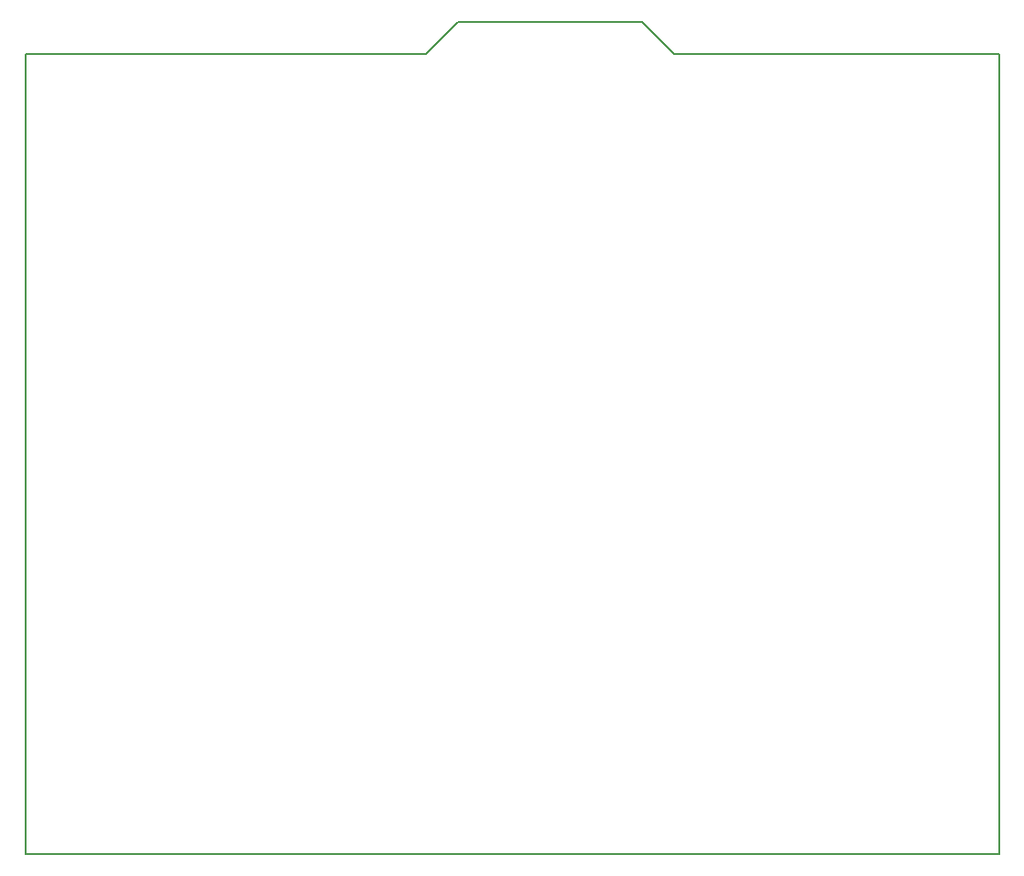
<source format=gbr>
G04 #@! TF.FileFunction,Profile,NP*
%FSLAX46Y46*%
G04 Gerber Fmt 4.6, Leading zero omitted, Abs format (unit mm)*
G04 Created by KiCad (PCBNEW 4.0.6) date 03/31/17 11:01:45*
%MOMM*%
%LPD*%
G01*
G04 APERTURE LIST*
%ADD10C,0.100000*%
%ADD11C,0.150000*%
G04 APERTURE END LIST*
D10*
D11*
X60000000Y0D02*
X90000000Y0D01*
X57000000Y3000000D02*
X60000000Y0D01*
X40000000Y3000000D02*
X57000000Y3000000D01*
X37000000Y0D02*
X0Y0D01*
X40000000Y3000000D02*
X37000000Y0D01*
X0Y-74000000D02*
X0Y0D01*
X90000000Y0D02*
X90000000Y-74000000D01*
X0Y-74000000D02*
X90000000Y-74000000D01*
M02*

</source>
